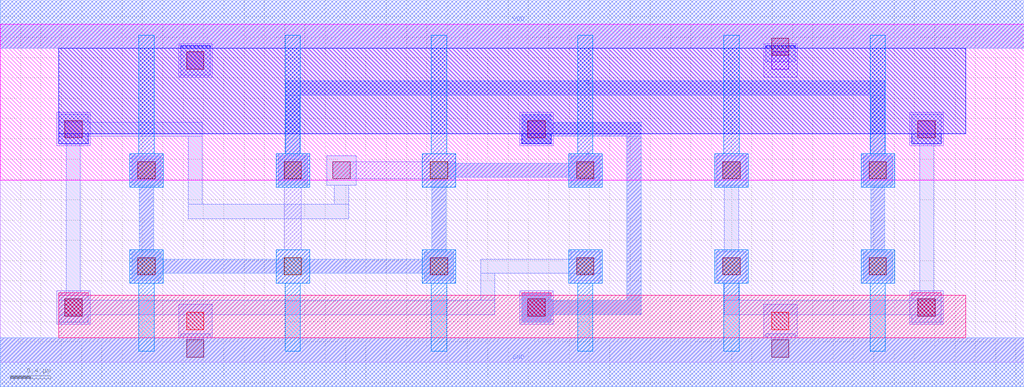
<source format=lef>
MACRO XOR2X1
 CLASS CORE ;
 FOREIGN XOR2X1 0 0 ;
 ORIGIN 0 0 ;
 SYMMETRY X Y R90 ;
 SITE UNIT ;
  PIN VDD
   DIRECTION INOUT ;
   USE SIGNAL ;
   SHAPE ABUTMENT ;
    PORT
     CLASS CORE ;
       LAYER metal2 ;
        RECT 0.00000000 3.09000000 10.08000000 3.57000000 ;
    END
  END VDD

  PIN GND
   DIRECTION INOUT ;
   USE SIGNAL ;
   SHAPE ABUTMENT ;
    PORT
     CLASS CORE ;
       LAYER metal2 ;
        RECT 0.00000000 -0.24000000 10.08000000 0.24000000 ;
    END
  END GND

  PIN Y
   DIRECTION INOUT ;
   USE SIGNAL ;
   SHAPE ABUTMENT ;
    PORT
     CLASS CORE ;
       LAYER metal2 ;
        RECT 5.13500000 0.39500000 5.42500000 0.47000000 ;
        RECT 5.13500000 0.47000000 6.31000000 0.61000000 ;
        RECT 5.13500000 0.61000000 5.42500000 0.68500000 ;
        RECT 5.13500000 2.15000000 5.42500000 2.22500000 ;
        RECT 6.17000000 0.61000000 6.31000000 2.22500000 ;
        RECT 5.13500000 2.22500000 6.31000000 2.36500000 ;
        RECT 5.13500000 2.36500000 5.42500000 2.44000000 ;
    END
  END Y

  PIN B
   DIRECTION INOUT ;
   USE SIGNAL ;
   SHAPE ABUTMENT ;
    PORT
     CLASS CORE ;
       LAYER metal2 ;
        RECT 8.49500000 0.80000000 8.78500000 1.09000000 ;
        RECT 8.57000000 1.09000000 8.71000000 1.74500000 ;
        RECT 2.73500000 1.74500000 3.02500000 2.03500000 ;
        RECT 8.49500000 1.74500000 8.78500000 2.03500000 ;
        RECT 2.81000000 2.03500000 2.95000000 2.63000000 ;
        RECT 8.57000000 2.03500000 8.71000000 2.63000000 ;
        RECT 2.81000000 2.63000000 8.71000000 2.77000000 ;
    END
  END B

  PIN A
   DIRECTION INOUT ;
   USE SIGNAL ;
   SHAPE ABUTMENT ;
    PORT
     CLASS CORE ;
       LAYER metal2 ;
        RECT 1.29500000 0.80000000 1.58500000 0.87500000 ;
        RECT 4.17500000 0.80000000 4.46500000 0.87500000 ;
        RECT 1.29500000 0.87500000 4.46500000 1.01500000 ;
        RECT 1.29500000 1.01500000 1.58500000 1.09000000 ;
        RECT 4.17500000 1.01500000 4.46500000 1.09000000 ;
        RECT 1.37000000 1.09000000 1.51000000 1.74500000 ;
        RECT 4.25000000 1.09000000 4.39000000 1.82000000 ;
        RECT 5.61500000 1.74500000 5.90500000 1.82000000 ;
        RECT 4.25000000 1.82000000 5.90500000 1.96000000 ;
        RECT 1.29500000 1.74500000 1.58500000 2.03500000 ;
        RECT 5.61500000 1.96000000 5.90500000 2.03500000 ;
    END
  END A

  OBS
   LAYER abutment_box ;
    RECT 0.00000000 0.00000000 10.08000000 3.33000000 ;
  END

  OBS
   LAYER metal1 ;
    RECT 1.83500000 0.05000000 2.00500000 0.24000000 ;
    RECT 1.75500000 0.24000000 2.08500000 0.57000000 ;
    RECT 7.59500000 0.05000000 7.76500000 0.24000000 ;
    RECT 7.51500000 0.24000000 7.84500000 0.57000000 ;
    RECT 0.55500000 0.37500000 0.88500000 0.70500000 ;
    RECT 5.11500000 0.37500000 5.44500000 0.70500000 ;
    RECT 8.95500000 0.37500000 9.28500000 0.70500000 ;
    RECT 1.27500000 0.78000000 1.60500000 1.11000000 ;
    RECT 4.15500000 0.78000000 4.48500000 1.11000000 ;
    RECT 5.59500000 0.78000000 5.92500000 1.11000000 ;
    RECT 7.03500000 0.78000000 7.36500000 1.11000000 ;
    RECT 8.47500000 0.78000000 8.80500000 1.11000000 ;
    RECT 1.27500000 1.72500000 1.60500000 2.05500000 ;
    RECT 2.71500000 0.78000000 3.04500000 1.11000000 ;
    RECT 2.79500000 1.11000000 2.96500000 1.72500000 ;
    RECT 2.71500000 1.72500000 3.04500000 2.05500000 ;
    RECT 4.15500000 1.72500000 4.48500000 1.80500000 ;
    RECT 3.27500000 1.80500000 4.48500000 1.97500000 ;
    RECT 4.15500000 1.97500000 4.48500000 2.05500000 ;
    RECT 5.59500000 1.72500000 5.92500000 2.05500000 ;
    RECT 7.03500000 1.72500000 7.36500000 2.05500000 ;
    RECT 8.47500000 1.72500000 8.80500000 2.05500000 ;
    RECT 0.55500000 2.13000000 0.88500000 2.46000000 ;
    RECT 5.11500000 2.13000000 5.44500000 2.46000000 ;
    RECT 8.95500000 2.13000000 9.28500000 2.46000000 ;
    RECT 1.75500000 2.80500000 2.08500000 3.13500000 ;
    RECT 7.51500000 2.80500000 7.84500000 3.13500000 ;
    RECT 7.59500000 3.13500000 7.76500000 3.19000000 ;
  END

  OBS
   LAYER metal1_label ;

  END

  OBS
   LAYER metal1_pin ;

  END

  OBS
   LAYER metal2 ;
    RECT 0.00000000 -0.24000000 10.08000000 0.24000000 ;
    RECT 1.77500000 0.24000000 2.06500000 0.28000000 ;
    RECT 7.53500000 0.24000000 7.82500000 0.28000000 ;
    RECT 1.29500000 0.80000000 1.58500000 0.87500000 ;
    RECT 4.17500000 0.80000000 4.46500000 0.87500000 ;
    RECT 1.29500000 0.87500000 4.46500000 1.01500000 ;
    RECT 1.29500000 1.01500000 1.58500000 1.09000000 ;
    RECT 4.17500000 1.01500000 4.46500000 1.09000000 ;
    RECT 1.37000000 1.09000000 1.51000000 1.74500000 ;
    RECT 4.25000000 1.09000000 4.39000000 1.82000000 ;
    RECT 5.61500000 1.74500000 5.90500000 1.82000000 ;
    RECT 4.25000000 1.82000000 5.90500000 1.96000000 ;
    RECT 1.29500000 1.74500000 1.58500000 2.03500000 ;
    RECT 5.61500000 1.96000000 5.90500000 2.03500000 ;
    RECT 0.57500000 0.39500000 0.86500000 0.47000000 ;
    RECT 0.57500000 0.47000000 4.87000000 0.61000000 ;
    RECT 0.57500000 0.61000000 0.86500000 0.68500000 ;
    RECT 4.73000000 0.61000000 4.87000000 0.87500000 ;
    RECT 5.61500000 0.80000000 5.90500000 0.87500000 ;
    RECT 4.73000000 0.87500000 5.90500000 1.01500000 ;
    RECT 5.61500000 1.01500000 5.90500000 1.09000000 ;
    RECT 1.85000000 1.41500000 3.43000000 1.55500000 ;
    RECT 3.29000000 1.55500000 3.43000000 1.74500000 ;
    RECT 3.21500000 1.74500000 3.50500000 2.03500000 ;
    RECT 0.65000000 0.68500000 0.79000000 2.15000000 ;
    RECT 0.57500000 2.15000000 0.86500000 2.22500000 ;
    RECT 1.85000000 1.55500000 1.99000000 2.22500000 ;
    RECT 0.57500000 2.22500000 1.99000000 2.36500000 ;
    RECT 0.57500000 2.36500000 0.86500000 2.44000000 ;
    RECT 5.13500000 0.39500000 5.42500000 0.47000000 ;
    RECT 5.13500000 0.47000000 6.31000000 0.61000000 ;
    RECT 5.13500000 0.61000000 5.42500000 0.68500000 ;
    RECT 5.13500000 2.15000000 5.42500000 2.22500000 ;
    RECT 6.17000000 0.61000000 6.31000000 2.22500000 ;
    RECT 5.13500000 2.22500000 6.31000000 2.36500000 ;
    RECT 5.13500000 2.36500000 5.42500000 2.44000000 ;
    RECT 8.97500000 0.39500000 9.26500000 0.47000000 ;
    RECT 7.13000000 0.47000000 9.26500000 0.61000000 ;
    RECT 8.97500000 0.61000000 9.26500000 0.68500000 ;
    RECT 7.13000000 0.61000000 7.27000000 0.80000000 ;
    RECT 7.05500000 0.80000000 7.34500000 1.09000000 ;
    RECT 7.13000000 1.09000000 7.27000000 1.74500000 ;
    RECT 7.05500000 1.74500000 7.34500000 2.03500000 ;
    RECT 9.05000000 0.68500000 9.19000000 2.15000000 ;
    RECT 8.97500000 2.15000000 9.26500000 2.44000000 ;
    RECT 8.49500000 0.80000000 8.78500000 1.09000000 ;
    RECT 8.57000000 1.09000000 8.71000000 1.74500000 ;
    RECT 2.73500000 1.74500000 3.02500000 2.03500000 ;
    RECT 8.49500000 1.74500000 8.78500000 2.03500000 ;
    RECT 2.81000000 2.03500000 2.95000000 2.63000000 ;
    RECT 8.57000000 2.03500000 8.71000000 2.63000000 ;
    RECT 2.81000000 2.63000000 8.71000000 2.77000000 ;
    RECT 1.77500000 2.82500000 2.06500000 3.09000000 ;
    RECT 7.53500000 2.96000000 7.82500000 3.09000000 ;
    RECT 0.00000000 3.09000000 10.08000000 3.57000000 ;
  END

  OBS
   LAYER metal2_label ;

  END

  OBS
   LAYER metal2_pin ;
    RECT 0.00000000 -0.24000000 10.08000000 0.24000000 ;
    RECT 1.29500000 0.80000000 1.58500000 0.87500000 ;
    RECT 4.17500000 0.80000000 4.46500000 0.87500000 ;
    RECT 1.29500000 0.87500000 4.46500000 1.01500000 ;
    RECT 1.29500000 1.01500000 1.58500000 1.09000000 ;
    RECT 4.17500000 1.01500000 4.46500000 1.09000000 ;
    RECT 1.37000000 1.09000000 1.51000000 1.74500000 ;
    RECT 4.25000000 1.09000000 4.39000000 1.82000000 ;
    RECT 5.61500000 1.74500000 5.90500000 1.82000000 ;
    RECT 4.25000000 1.82000000 5.90500000 1.96000000 ;
    RECT 1.29500000 1.74500000 1.58500000 2.03500000 ;
    RECT 5.61500000 1.96000000 5.90500000 2.03500000 ;
    RECT 5.13500000 0.39500000 5.42500000 0.47000000 ;
    RECT 5.13500000 0.47000000 6.31000000 0.61000000 ;
    RECT 5.13500000 0.61000000 5.42500000 0.68500000 ;
    RECT 5.13500000 2.15000000 5.42500000 2.22500000 ;
    RECT 6.17000000 0.61000000 6.31000000 2.22500000 ;
    RECT 5.13500000 2.22500000 6.31000000 2.36500000 ;
    RECT 5.13500000 2.36500000 5.42500000 2.44000000 ;
    RECT 8.49500000 0.80000000 8.78500000 1.09000000 ;
    RECT 8.57000000 1.09000000 8.71000000 1.74500000 ;
    RECT 2.73500000 1.74500000 3.02500000 2.03500000 ;
    RECT 8.49500000 1.74500000 8.78500000 2.03500000 ;
    RECT 2.81000000 2.03500000 2.95000000 2.63000000 ;
    RECT 8.57000000 2.03500000 8.71000000 2.63000000 ;
    RECT 2.81000000 2.63000000 8.71000000 2.77000000 ;
    RECT 0.00000000 3.09000000 10.08000000 3.57000000 ;
  END

  OBS
   LAYER ndiff_contact ;
    RECT 1.83500000 0.32000000 2.00500000 0.49000000 ;
    RECT 7.59500000 0.32000000 7.76500000 0.49000000 ;
    RECT 0.63500000 0.45500000 0.80500000 0.62500000 ;
    RECT 5.19500000 0.45500000 5.36500000 0.62500000 ;
    RECT 9.03500000 0.45500000 9.20500000 0.62500000 ;
  END

  OBS
   LAYER ndiffusion ;
    RECT 0.57500000 0.24000000 9.50500000 0.66000000 ;
    RECT 0.57500000 0.66000000 0.86500000 0.68500000 ;
    RECT 5.13500000 0.66000000 5.42500000 0.68500000 ;
    RECT 8.97500000 0.66000000 9.26500000 0.68500000 ;
  END

  OBS
   LAYER nplus ;

  END

  OBS
   LAYER nwell ;
    RECT 0.00000000 1.79000000 10.08000000 3.33000000 ;
  END

  OBS
   LAYER pdiff_contact ;
    RECT 0.63500000 2.21000000 0.80500000 2.38000000 ;
    RECT 5.19500000 2.21000000 5.36500000 2.38000000 ;
    RECT 9.03500000 2.21000000 9.20500000 2.38000000 ;
    RECT 1.83500000 2.88500000 2.00500000 3.05500000 ;
    RECT 7.59500000 2.88500000 7.76500000 3.05500000 ;
  END

  OBS
   LAYER pdiffusion ;
    RECT 0.57500000 2.15000000 0.86500000 2.25000000 ;
    RECT 5.13500000 2.15000000 5.42500000 2.25000000 ;
    RECT 8.97500000 2.15000000 9.26500000 2.25000000 ;
    RECT 0.57500000 2.25000000 9.50500000 3.09000000 ;
    RECT 1.77500000 3.09000000 2.06500000 3.11500000 ;
    RECT 7.53500000 3.09000000 7.82500000 3.11500000 ;
  END

  OBS
   LAYER poly ;
    RECT 1.36500000 0.11000000 1.51500000 0.78000000 ;
    RECT 1.27500000 0.78000000 1.60500000 1.11000000 ;
    RECT 2.80500000 0.11000000 2.95500000 0.78000000 ;
    RECT 2.71500000 0.78000000 3.04500000 1.11000000 ;
    RECT 4.24500000 0.11000000 4.39500000 0.78000000 ;
    RECT 4.15500000 0.78000000 4.48500000 1.11000000 ;
    RECT 5.68500000 0.11000000 5.83500000 0.78000000 ;
    RECT 5.59500000 0.78000000 5.92500000 1.11000000 ;
    RECT 7.12500000 0.11000000 7.27500000 0.78000000 ;
    RECT 7.03500000 0.78000000 7.36500000 1.11000000 ;
    RECT 8.56500000 0.11000000 8.71500000 0.78000000 ;
    RECT 8.47500000 0.78000000 8.80500000 1.11000000 ;
    RECT 1.27500000 1.72500000 1.60500000 2.05500000 ;
    RECT 1.36500000 2.05500000 1.51500000 3.22000000 ;
    RECT 2.71500000 1.72500000 3.04500000 2.05500000 ;
    RECT 2.80500000 2.05500000 2.95500000 3.22000000 ;
    RECT 4.15500000 1.72500000 4.48500000 2.05500000 ;
    RECT 4.24500000 2.05500000 4.39500000 3.22000000 ;
    RECT 5.59500000 1.72500000 5.92500000 2.05500000 ;
    RECT 5.68500000 2.05500000 5.83500000 3.22000000 ;
    RECT 7.03500000 1.72500000 7.36500000 2.05500000 ;
    RECT 7.12500000 2.05500000 7.27500000 3.22000000 ;
    RECT 8.47500000 1.72500000 8.80500000 2.05500000 ;
    RECT 8.56500000 2.05500000 8.71500000 3.22000000 ;
  END

  OBS
   LAYER poly_contact ;
    RECT 1.35500000 0.86000000 1.52500000 1.03000000 ;
    RECT 2.79500000 0.86000000 2.96500000 1.03000000 ;
    RECT 4.23500000 0.86000000 4.40500000 1.03000000 ;
    RECT 5.67500000 0.86000000 5.84500000 1.03000000 ;
    RECT 7.11500000 0.86000000 7.28500000 1.03000000 ;
    RECT 8.55500000 0.86000000 8.72500000 1.03000000 ;
    RECT 1.35500000 1.80500000 1.52500000 1.97500000 ;
    RECT 2.79500000 1.80500000 2.96500000 1.97500000 ;
    RECT 4.23500000 1.80500000 4.40500000 1.97500000 ;
    RECT 5.67500000 1.80500000 5.84500000 1.97500000 ;
    RECT 7.11500000 1.80500000 7.28500000 1.97500000 ;
    RECT 8.55500000 1.80500000 8.72500000 1.97500000 ;
  END

  OBS
   LAYER pplus ;

  END

  OBS
   LAYER via1 ;
    RECT 1.83500000 0.05000000 2.00500000 0.22000000 ;
    RECT 7.59500000 0.05000000 7.76500000 0.22000000 ;
    RECT 0.63500000 0.45500000 0.80500000 0.62500000 ;
    RECT 5.19500000 0.45500000 5.36500000 0.62500000 ;
    RECT 9.03500000 0.45500000 9.20500000 0.62500000 ;
    RECT 1.35500000 0.86000000 1.52500000 1.03000000 ;
    RECT 4.23500000 0.86000000 4.40500000 1.03000000 ;
    RECT 5.67500000 0.86000000 5.84500000 1.03000000 ;
    RECT 7.11500000 0.86000000 7.28500000 1.03000000 ;
    RECT 8.55500000 0.86000000 8.72500000 1.03000000 ;
    RECT 1.35500000 1.80500000 1.52500000 1.97500000 ;
    RECT 2.79500000 1.80500000 2.96500000 1.97500000 ;
    RECT 3.27500000 1.80500000 3.44500000 1.97500000 ;
    RECT 5.67500000 1.80500000 5.84500000 1.97500000 ;
    RECT 7.11500000 1.80500000 7.28500000 1.97500000 ;
    RECT 8.55500000 1.80500000 8.72500000 1.97500000 ;
    RECT 0.63500000 2.21000000 0.80500000 2.38000000 ;
    RECT 5.19500000 2.21000000 5.36500000 2.38000000 ;
    RECT 9.03500000 2.21000000 9.20500000 2.38000000 ;
    RECT 1.83500000 2.88500000 2.00500000 3.05500000 ;
    RECT 7.59500000 3.02000000 7.76500000 3.19000000 ;
  END

END XOR2X1

</source>
